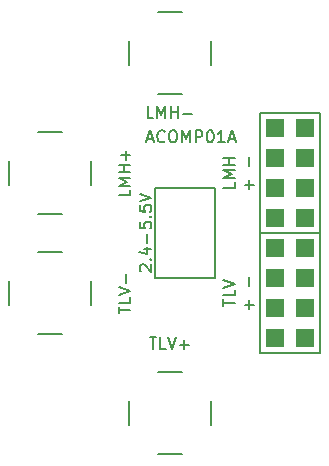
<source format=gbr>
%TF.GenerationSoftware,KiCad,Pcbnew,6.0.11+dfsg-1~bpo11+1*%
%TF.CreationDate,2023-05-28T01:06:14+00:00*%
%TF.ProjectId,ACOMP01,41434f4d-5030-4312-9e6b-696361645f70,rev?*%
%TF.SameCoordinates,Original*%
%TF.FileFunction,Legend,Top*%
%TF.FilePolarity,Positive*%
%FSLAX46Y46*%
G04 Gerber Fmt 4.6, Leading zero omitted, Abs format (unit mm)*
G04 Created by KiCad (PCBNEW 6.0.11+dfsg-1~bpo11+1) date 2023-05-28 01:06:14*
%MOMM*%
%LPD*%
G01*
G04 APERTURE LIST*
%ADD10C,0.127000*%
%ADD11C,0.150000*%
%ADD12R,1.524000X1.524000*%
G04 APERTURE END LIST*
D10*
X8755238Y24947620D02*
X8279047Y24947620D01*
X8279047Y25947620D01*
X9088571Y24947620D02*
X9088571Y25947620D01*
X9421904Y25233334D01*
X9755238Y25947620D01*
X9755238Y24947620D01*
X10231428Y24947620D02*
X10231428Y25947620D01*
X10231428Y25471429D02*
X10802857Y25471429D01*
X10802857Y24947620D02*
X10802857Y25947620D01*
X11279047Y25328572D02*
X12040952Y25328572D01*
X8421904Y6389620D02*
X8993333Y6389620D01*
X8707619Y5389620D02*
X8707619Y6389620D01*
X9802857Y5389620D02*
X9326666Y5389620D01*
X9326666Y6389620D01*
X9993333Y6389620D02*
X10326666Y5389620D01*
X10660000Y6389620D01*
X10993333Y5770572D02*
X11755238Y5770572D01*
X11374285Y5389620D02*
X11374285Y6151524D01*
X8223714Y23201334D02*
X8699904Y23201334D01*
X8128476Y22915620D02*
X8461809Y23915620D01*
X8795142Y22915620D01*
X9699904Y23010858D02*
X9652285Y22963239D01*
X9509428Y22915620D01*
X9414190Y22915620D01*
X9271333Y22963239D01*
X9176095Y23058477D01*
X9128476Y23153715D01*
X9080857Y23344191D01*
X9080857Y23487048D01*
X9128476Y23677524D01*
X9176095Y23772762D01*
X9271333Y23868000D01*
X9414190Y23915620D01*
X9509428Y23915620D01*
X9652285Y23868000D01*
X9699904Y23820381D01*
X10318952Y23915620D02*
X10509428Y23915620D01*
X10604666Y23868000D01*
X10699904Y23772762D01*
X10747523Y23582286D01*
X10747523Y23248953D01*
X10699904Y23058477D01*
X10604666Y22963239D01*
X10509428Y22915620D01*
X10318952Y22915620D01*
X10223714Y22963239D01*
X10128476Y23058477D01*
X10080857Y23248953D01*
X10080857Y23582286D01*
X10128476Y23772762D01*
X10223714Y23868000D01*
X10318952Y23915620D01*
X11176095Y22915620D02*
X11176095Y23915620D01*
X11509428Y23201334D01*
X11842761Y23915620D01*
X11842761Y22915620D01*
X12318952Y22915620D02*
X12318952Y23915620D01*
X12699904Y23915620D01*
X12795142Y23868000D01*
X12842761Y23820381D01*
X12890380Y23725143D01*
X12890380Y23582286D01*
X12842761Y23487048D01*
X12795142Y23439429D01*
X12699904Y23391810D01*
X12318952Y23391810D01*
X13509428Y23915620D02*
X13604666Y23915620D01*
X13699904Y23868000D01*
X13747523Y23820381D01*
X13795142Y23725143D01*
X13842761Y23534667D01*
X13842761Y23296572D01*
X13795142Y23106096D01*
X13747523Y23010858D01*
X13699904Y22963239D01*
X13604666Y22915620D01*
X13509428Y22915620D01*
X13414190Y22963239D01*
X13366571Y23010858D01*
X13318952Y23106096D01*
X13271333Y23296572D01*
X13271333Y23534667D01*
X13318952Y23725143D01*
X13366571Y23820381D01*
X13414190Y23868000D01*
X13509428Y23915620D01*
X14795142Y22915620D02*
X14223714Y22915620D01*
X14509428Y22915620D02*
X14509428Y23915620D01*
X14414190Y23772762D01*
X14318952Y23677524D01*
X14223714Y23629905D01*
X15176095Y23201334D02*
X15652285Y23201334D01*
X15080857Y22915620D02*
X15414190Y23915620D01*
X15747523Y22915620D01*
X6802380Y18915239D02*
X6802380Y18439048D01*
X5802380Y18439048D01*
X6802380Y19248572D02*
X5802380Y19248572D01*
X6516666Y19581905D01*
X5802380Y19915239D01*
X6802380Y19915239D01*
X6802380Y20391429D02*
X5802380Y20391429D01*
X6278571Y20391429D02*
X6278571Y20962858D01*
X6802380Y20962858D02*
X5802380Y20962858D01*
X6421428Y21439048D02*
X6421428Y22200953D01*
X6802380Y21820000D02*
X6040476Y21820000D01*
X15649380Y19534286D02*
X15649380Y19058096D01*
X14649380Y19058096D01*
X15649380Y19867620D02*
X14649380Y19867620D01*
X15363666Y20200953D01*
X14649380Y20534286D01*
X15649380Y20534286D01*
X15649380Y21010477D02*
X14649380Y21010477D01*
X15125571Y21010477D02*
X15125571Y21581905D01*
X15649380Y21581905D02*
X14649380Y21581905D01*
X16878428Y18939048D02*
X16878428Y19700953D01*
X17259380Y19320000D02*
X16497476Y19320000D01*
X16878428Y20939048D02*
X16878428Y21700953D01*
X5802380Y8421905D02*
X5802380Y8993334D01*
X6802380Y8707620D02*
X5802380Y8707620D01*
X6802380Y9802858D02*
X6802380Y9326667D01*
X5802380Y9326667D01*
X5802380Y9993334D02*
X6802380Y10326667D01*
X5802380Y10660000D01*
X6421428Y10993334D02*
X6421428Y11755239D01*
X7675619Y12001905D02*
X7628000Y12049524D01*
X7580380Y12144762D01*
X7580380Y12382858D01*
X7628000Y12478096D01*
X7675619Y12525715D01*
X7770857Y12573334D01*
X7866095Y12573334D01*
X8008952Y12525715D01*
X8580380Y11954286D01*
X8580380Y12573334D01*
X8485142Y13001905D02*
X8532761Y13049524D01*
X8580380Y13001905D01*
X8532761Y12954286D01*
X8485142Y13001905D01*
X8580380Y13001905D01*
X7913714Y13906667D02*
X8580380Y13906667D01*
X7532761Y13668572D02*
X8247047Y13430477D01*
X8247047Y14049524D01*
X8199428Y14430477D02*
X8199428Y15192381D01*
X7580380Y16144762D02*
X7580380Y15668572D01*
X8056571Y15620953D01*
X8008952Y15668572D01*
X7961333Y15763810D01*
X7961333Y16001905D01*
X8008952Y16097143D01*
X8056571Y16144762D01*
X8151809Y16192381D01*
X8389904Y16192381D01*
X8485142Y16144762D01*
X8532761Y16097143D01*
X8580380Y16001905D01*
X8580380Y15763810D01*
X8532761Y15668572D01*
X8485142Y15620953D01*
X8485142Y16620953D02*
X8532761Y16668572D01*
X8580380Y16620953D01*
X8532761Y16573334D01*
X8485142Y16620953D01*
X8580380Y16620953D01*
X7580380Y17573334D02*
X7580380Y17097143D01*
X8056571Y17049524D01*
X8008952Y17097143D01*
X7961333Y17192381D01*
X7961333Y17430477D01*
X8008952Y17525715D01*
X8056571Y17573334D01*
X8151809Y17620953D01*
X8389904Y17620953D01*
X8485142Y17573334D01*
X8532761Y17525715D01*
X8580380Y17430477D01*
X8580380Y17192381D01*
X8532761Y17097143D01*
X8485142Y17049524D01*
X7580380Y17906667D02*
X8580380Y18240000D01*
X7580380Y18573334D01*
X14649380Y9040953D02*
X14649380Y9612381D01*
X15649380Y9326667D02*
X14649380Y9326667D01*
X15649380Y10421905D02*
X15649380Y9945715D01*
X14649380Y9945715D01*
X14649380Y10612381D02*
X15649380Y10945715D01*
X14649380Y11279048D01*
X16878428Y8779048D02*
X16878428Y9540953D01*
X17259380Y9160000D02*
X16497476Y9160000D01*
X16878428Y10779048D02*
X16878428Y11540953D01*
D11*
%TO.C,J6*%
X17780000Y15240000D02*
X22860000Y15240000D01*
X17780000Y5080000D02*
X17780000Y15240000D01*
X22860000Y15240000D02*
X22860000Y5080000D01*
X22860000Y5080000D02*
X17780000Y5080000D01*
%TO.C,J7*%
X17780000Y15240000D02*
X17780000Y25400000D01*
X17780000Y25400000D02*
X22860000Y25400000D01*
X22860000Y25400000D02*
X22860000Y15240000D01*
X22860000Y15240000D02*
X17780000Y15240000D01*
%TO.C,J2*%
X13660000Y-1016000D02*
X13660000Y1016000D01*
X6660000Y1016000D02*
X6660000Y-1016000D01*
X11176000Y3500000D02*
X9144000Y3500000D01*
X9144000Y-3474600D02*
X11176000Y-3474600D01*
%TO.C,J1*%
X8890000Y11430000D02*
X8890000Y19050000D01*
X13970000Y19050000D02*
X13970000Y11430000D01*
X13970000Y11430000D02*
X8890000Y11430000D01*
X8890000Y19050000D02*
X13970000Y19050000D01*
%TO.C,J4*%
X1016000Y23820000D02*
X-1016000Y23820000D01*
X-1016000Y16845400D02*
X1016000Y16845400D01*
X3500000Y19304000D02*
X3500000Y21336000D01*
X-3500000Y21336000D02*
X-3500000Y19304000D01*
%TO.C,J5*%
X6660000Y31496000D02*
X6660000Y29464000D01*
X9144000Y27005400D02*
X11176000Y27005400D01*
X11176000Y33980000D02*
X9144000Y33980000D01*
X13660000Y29464000D02*
X13660000Y31496000D01*
%TO.C,J3*%
X-3500000Y11176000D02*
X-3500000Y9144000D01*
X-1016000Y6685400D02*
X1016000Y6685400D01*
X1016000Y13660000D02*
X-1016000Y13660000D01*
X3500000Y9144000D02*
X3500000Y11176000D01*
%TD*%
D12*
%TO.C,J6*%
X21590000Y6350000D03*
X19050000Y6350000D03*
X21590000Y8890000D03*
X19050000Y8890000D03*
X21590000Y11430000D03*
X19050000Y11430000D03*
X21590000Y13970000D03*
X19050000Y13970000D03*
%TD*%
%TO.C,J7*%
X21590000Y16510000D03*
X19050000Y16510000D03*
X21590000Y19050000D03*
X19050000Y19050000D03*
X21590000Y21590000D03*
X19050000Y21590000D03*
X21590000Y24130000D03*
X19050000Y24130000D03*
%TD*%
M02*

</source>
